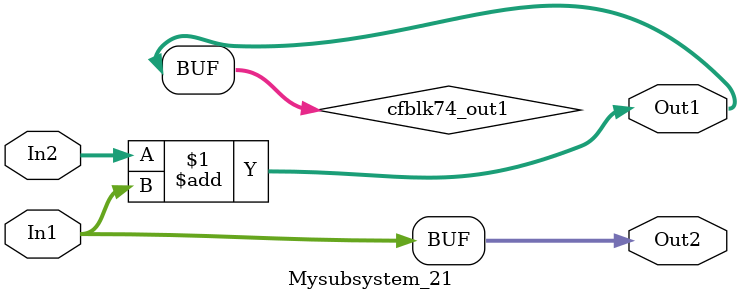
<source format=v>



`timescale 1 ns / 1 ns

module Mysubsystem_21
          (In1,
           In2,
           Out1,
           Out2);


  input   [7:0] In1;  // uint8
  input   [7:0] In2;  // uint8
  output  [7:0] Out1;  // uint8
  output  [7:0] Out2;  // uint8


  wire [7:0] cfblk74_out1;  // uint8


  assign cfblk74_out1 = In2 + In1;



  assign Out1 = cfblk74_out1;

  assign Out2 = In1;

endmodule  // Mysubsystem_21


</source>
